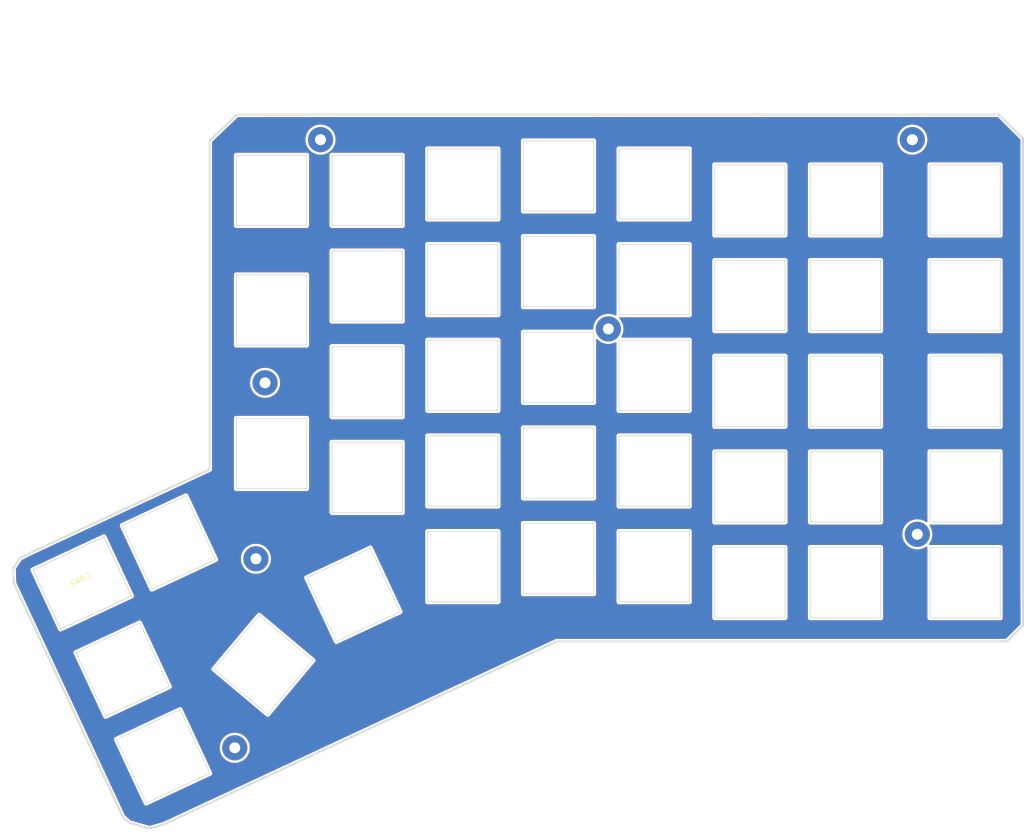
<source format=kicad_pcb>
(kicad_pcb (version 20211014) (generator pcbnew)
  (layers (0 "F.Cu" signal "Front") (31 "B.Cu" signal "Back") (34 "B.Paste" user) (35 "F.Paste" user) (36 "B.SilkS" user "B.Silkscreen") (37 "F.SilkS" user "F.Silkscreen") (38 "B.Mask" user) (39 "F.Mask" user) (44 "Edge.Cuts" user))
  (net 0 "")
  (footprint "SofleChocTop:SW_Hole" (layer "F.Cu") (at 186.6905 143.20266)
    (fp_text reference "SW1:13" hide)
    (fp_text value "SW1:0" hide)
    (fp_line (start -7 -7) (end -7 7) (layer "Edge.Cuts") (width 0.12))
    (fp_line (start -7 7) (end 7 7) (layer "Edge.Cuts") (width 0.12))
    (fp_line (start 7 7) (end 7 -7) (layer "Edge.Cuts") (width 0.12))
    (fp_line (start 7 -7) (end -7 -7) (layer "Edge.Cuts") (width 0.12))
  )
  (footprint "SofleChocTop:SW_Hole" (layer "F.Cu") (at 129.54 138.43)
    (fp_text reference "SW1:10" hide)
    (fp_text value "SW1:3" hide)
    (fp_line (start 7 7) (end 7 -7) (layer "Edge.Cuts") (width 0.12))
    (fp_line (start 7 -7) (end -7 -7) (layer "Edge.Cuts") (width 0.12))
    (fp_line (start -7 7) (end 7 7) (layer "Edge.Cuts") (width 0.12))
    (fp_line (start -7 -7) (end -7 7) (layer "Edge.Cuts") (width 0.12))
  )
  (footprint "SofleChocTop:SW_Hole" (layer "F.Cu") (at 110.49 140.02766)
    (fp_text reference "SW1:9" hide)
    (fp_text value "SW1:4" hide)
    (fp_line (start -7 -7) (end -7 7) (layer "Edge.Cuts") (width 0.12))
    (fp_line (start 7 7) (end 7 -7) (layer "Edge.Cuts") (width 0.12))
    (fp_line (start 7 -7) (end -7 -7) (layer "Edge.Cuts") (width 0.12))
    (fp_line (start -7 7) (end 7 7) (layer "Edge.Cuts") (width 0.12))
  )
  (footprint "SofleChocTop:SW_Hole" (layer "F.Cu") (at 186.6905 124.15266)
    (fp_text reference "SW2:13" hide)
    (fp_text value "SW2:0" hide)
    (fp_line (start 7 -7) (end -7 -7) (layer "Edge.Cuts") (width 0.12))
    (fp_line (start -7 7) (end 7 7) (layer "Edge.Cuts") (width 0.12))
    (fp_line (start -7 -7) (end -7 7) (layer "Edge.Cuts") (width 0.12))
    (fp_line (start 7 7) (end 7 -7) (layer "Edge.Cuts") (width 0.12))
  )
  (footprint "SofleChocTop:SW_Hole" (layer "F.Cu") (at 129.54 119.38)
    (fp_text reference "SW2:10" hide)
    (fp_text value "SW2:3" hide)
    (fp_line (start -7 -7) (end -7 7) (layer "Edge.Cuts") (width 0.12))
    (fp_line (start 7 -7) (end -7 -7) (layer "Edge.Cuts") (width 0.12))
    (fp_line (start -7 7) (end 7 7) (layer "Edge.Cuts") (width 0.12))
    (fp_line (start 7 7) (end 7 -7) (layer "Edge.Cuts") (width 0.12))
  )
  (footprint "SofleChocTop:SW_Hole" (layer "F.Cu") (at 110.49 120.97766)
    (fp_text reference "SW2:9" hide)
    (fp_text value "SW2:4" hide)
    (fp_line (start -7 -7) (end -7 7) (layer "Edge.Cuts") (width 0.12))
    (fp_line (start -7 7) (end 7 7) (layer "Edge.Cuts") (width 0.12))
    (fp_line (start 7 -7) (end -7 -7) (layer "Edge.Cuts") (width 0.12))
    (fp_line (start 7 7) (end 7 -7) (layer "Edge.Cuts") (width 0.12))
  )
  (footprint "SofleChocTop:SW_Hole" (layer "F.Cu") (at 72.39 117.48516 90)
    (fp_text reference "SW2:7" hide)
    (fp_text value "SW2:6" hide)
    (fp_line (start -7 -7) (end -7 7) (layer "Edge.Cuts") (width 0.12))
    (fp_line (start 7 7) (end 7 -7) (layer "Edge.Cuts") (width 0.12))
    (fp_line (start -7 7) (end 7 7) (layer "Edge.Cuts") (width 0.12))
    (fp_line (start 7 -7) (end -7 -7) (layer "Edge.Cuts") (width 0.12))
  )
  (footprint "SofleChocTop:SW_Hole" (layer "F.Cu") (at 186.6905 105.10266)
    (fp_text reference "SW3:13" hide)
    (fp_text value "SW3:0" hide)
    (fp_line (start 7 -7) (end -7 -7) (layer "Edge.Cuts") (width 0.12))
    (fp_line (start 7 7) (end 7 -7) (layer "Edge.Cuts") (width 0.12))
    (fp_line (start -7 -7) (end -7 7) (layer "Edge.Cuts") (width 0.12))
    (fp_line (start -7 7) (end 7 7) (layer "Edge.Cuts") (width 0.12))
  )
  (footprint "SofleChocTop:SW_Hole" (layer "F.Cu") (at 148.59 101.92766)
    (fp_text reference "SW3:11" hide)
    (fp_text value "SW3:2" hide)
    (fp_line (start -7 -7) (end -7 7) (layer "Edge.Cuts") (width 0.12))
    (fp_line (start 7 7) (end 7 -7) (layer "Edge.Cuts") (width 0.12))
    (fp_line (start 7 -7) (end -7 -7) (layer "Edge.Cuts") (width 0.12))
    (fp_line (start -7 7) (end 7 7) (layer "Edge.Cuts") (width 0.12))
  )
  (footprint "SofleChocTop:SW_Hole" (layer "F.Cu") (at 129.54 100.33)
    (fp_text reference "SW3:10" hide)
    (fp_text value "SW3:3" hide)
    (fp_line (start -7 -7) (end -7 7) (layer "Edge.Cuts") (width 0.12))
    (fp_line (start 7 -7) (end -7 -7) (layer "Edge.Cuts") (width 0.12))
    (fp_line (start -7 7) (end 7 7) (layer "Edge.Cuts") (width 0.12))
    (fp_line (start 7 7) (end 7 -7) (layer "Edge.Cuts") (width 0.12))
  )
  (footprint "SofleChocTop:SW_Hole" (layer "F.Cu") (at 110.49 101.92766)
    (fp_text reference "SW3:9" hide)
    (fp_text value "SW3:4" hide)
    (fp_line (start 7 7) (end 7 -7) (layer "Edge.Cuts") (width 0.12))
    (fp_line (start -7 7) (end 7 7) (layer "Edge.Cuts") (width 0.12))
    (fp_line (start 7 -7) (end -7 -7) (layer "Edge.Cuts") (width 0.12))
    (fp_line (start -7 -7) (end -7 7) (layer "Edge.Cuts") (width 0.12))
  )
  (footprint "SofleChocTop:SW_Hole" (layer "F.Cu") (at 91.44 103.19766)
    (fp_text reference "SW3:8" hide)
    (fp_text value "SW3:5" hide)
    (fp_line (start -7 7) (end 7 7) (layer "Edge.Cuts") (width 0.12))
    (fp_line (start -7 -7) (end -7 7) (layer "Edge.Cuts") (width 0.12))
    (fp_line (start 7 7) (end 7 -7) (layer "Edge.Cuts") (width 0.12))
    (fp_line (start 7 -7) (end -7 -7) (layer "Edge.Cuts") (width 0.12))
  )
  (footprint "SofleChocTop:SW_Hole" (layer "F.Cu") (at 186.6905 86.05266)
    (fp_text reference "SW4:13" hide)
    (fp_text value "SW4:0" hide)
    (fp_line (start -7 7) (end 7 7) (layer "Edge.Cuts") (width 0.12))
    (fp_line (start 7 7) (end 7 -7) (layer "Edge.Cuts") (width 0.12))
    (fp_line (start 7 -7) (end -7 -7) (layer "Edge.Cuts") (width 0.12))
    (fp_line (start -7 -7) (end -7 7) (layer "Edge.Cuts") (width 0.12))
  )
  (footprint "SofleChocTop:SW_Hole" (layer "F.Cu") (at 167.64 86.05266)
    (fp_text reference "SW4:12" hide)
    (fp_text value "SW4:1" hide)
    (fp_line (start -7 -7) (end -7 7) (layer "Edge.Cuts") (width 0.12))
    (fp_line (start 7 7) (end 7 -7) (layer "Edge.Cuts") (width 0.12))
    (fp_line (start -7 7) (end 7 7) (layer "Edge.Cuts") (width 0.12))
    (fp_line (start 7 -7) (end -7 -7) (layer "Edge.Cuts") (width 0.12))
  )
  (footprint "SofleChocTop:SW_Hole" (layer "F.Cu") (at 148.59 82.87766)
    (fp_text reference "SW4:11" hide)
    (fp_text value "SW4:2" hide)
    (fp_line (start 7 -7) (end -7 -7) (layer "Edge.Cuts") (width 0.12))
    (fp_line (start -7 -7) (end -7 7) (layer "Edge.Cuts") (width 0.12))
    (fp_line (start -7 7) (end 7 7) (layer "Edge.Cuts") (width 0.12))
    (fp_line (start 7 7) (end 7 -7) (layer "Edge.Cuts") (width 0.12))
  )
  (footprint "SofleChocTop:SW_Hole" (layer "F.Cu") (at 129.54 81.28)
    (fp_text reference "SW4:10" hide)
    (fp_text value "SW4:3" hide)
    (fp_line (start 7 -7) (end -7 -7) (layer "Edge.Cuts") (width 0.12))
    (fp_line (start -7 -7) (end -7 7) (layer "Edge.Cuts") (width 0.12))
    (fp_line (start 7 7) (end 7 -7) (layer "Edge.Cuts") (width 0.12))
    (fp_line (start -7 7) (end 7 7) (layer "Edge.Cuts") (width 0.12))
  )
  (footprint "SofleChocTop:SW_Hole" (layer "F.Cu") (at 110.49 82.87766)
    (fp_text reference "SW4:9" hide)
    (fp_text value "SW4:4" hide)
    (fp_line (start -7 7) (end 7 7) (layer "Edge.Cuts") (width 0.12))
    (fp_line (start -7 -7) (end -7 7) (layer "Edge.Cuts") (width 0.12))
    (fp_line (start 7 -7) (end -7 -7) (layer "Edge.Cuts") (width 0.12))
    (fp_line (start 7 7) (end 7 -7) (layer "Edge.Cuts") (width 0.12))
  )
  (footprint "SofleChocTop:SW_Hole" (layer "F.Cu") (at 91.44 84.14766)
    (fp_text reference "SW4:8" hide)
    (fp_text value "SW4:5" hide)
    (fp_line (start -7 7) (end 7 7) (layer "Edge.Cuts") (width 0.12))
    (fp_line (start 7 -7) (end -7 -7) (layer "Edge.Cuts") (width 0.12))
    (fp_line (start 7 7) (end 7 -7) (layer "Edge.Cuts") (width 0.12))
    (fp_line (start -7 -7) (end -7 7) (layer "Edge.Cuts") (width 0.12))
  )
  (footprint "SofleChocTop:SW_Hole" (layer "F.Cu") (at 72.39 88.91016 90)
    (fp_text reference "SW4:7" hide)
    (fp_text value "SW4:6" hide)
    (fp_line (start -7 -7) (end -7 7) (layer "Edge.Cuts") (width 0.12))
    (fp_line (start 7 -7) (end -7 -7) (layer "Edge.Cuts") (width 0.12))
    (fp_line (start 7 7) (end 7 -7) (layer "Edge.Cuts") (width 0.12))
    (fp_line (start -7 7) (end 7 7) (layer "Edge.Cuts") (width 0.12))
  )
  (footprint "SofleChocTop:SW_Hole" (layer "F.Cu") (at 88.691 145.628 25)
    (fp_text reference "SW0:10" hide)
    (fp_text value "SW0:3" hide)
    (fp_line (start 7 -7) (end -7 -7) (layer "Edge.Cuts") (width 0.12))
    (fp_line (start 7 7) (end 7 -7) (layer "Edge.Cuts") (width 0.12))
    (fp_line (start -7 -7) (end -7 7) (layer "Edge.Cuts") (width 0.12))
    (fp_line (start -7 7) (end 7 7) (layer "Edge.Cuts") (width 0.12))
  )
  (footprint "SofleChocTop:SW_Hole" (layer "F.Cu") (at 50.8 177.8 25)
    (fp_text reference "SW0:12" hide)
    (fp_text value "SW0:1" hide)
    (fp_line (start -7 -7) (end -7 7) (layer "Edge.Cuts") (width 0.12))
    (fp_line (start 7 7) (end 7 -7) (layer "Edge.Cuts") (width 0.12))
    (fp_line (start 7 -7) (end -7 -7) (layer "Edge.Cuts") (width 0.12))
    (fp_line (start -7 7) (end 7 7) (layer "Edge.Cuts") (width 0.12))
  )
  (footprint "SofleChocTop:SW_Hole" (layer "F.Cu") (at 70.78 159.565 50)
    (fp_text reference "SW0:11" hide)
    (fp_text value "SW0:2" hide)
    (fp_line (start -7 7) (end 7 7) (layer "Edge.Cuts") (width 0.12))
    (fp_line (start 7 7) (end 7 -7) (layer "Edge.Cuts") (width 0.12))
    (fp_line (start -7 -7) (end -7 7) (layer "Edge.Cuts") (width 0.12))
    (fp_line (start 7 -7) (end -7 -7) (layer "Edge.Cuts") (width 0.12))
  )
  (footprint "SofleChocTop:SW_Hole" (layer "F.Cu") (at 42.7482 160.53308 25)
    (fp_text reference "SW0:9" hide)
    (fp_text value "SW0:4" hide)
    (fp_line (start 7 7) (end 7 -7) (layer "Edge.Cuts") (width 0.12))
    (fp_line (start -7 7) (end 7 7) (layer "Edge.Cuts") (width 0.12))
    (fp_line (start -7 -7) (end -7 7) (layer "Edge.Cuts") (width 0.12))
    (fp_line (start 7 -7) (end -7 -7) (layer "Edge.Cuts") (width 0.12))
  )
  (footprint "ergodox library:EC11Cutout" (layer "F.Cu") (at 34.69894 143.2687 25)
    (fp_text reference "SW0:7" (at 0 -0.78 25 unlocked) (layer "F.SilkS"))
    (fp_text value "SW0:6")
    (fp_line (start -7.8 6.5) (end 7.8 6.5) (layer "Edge.Cuts") (width 0.15))
    (fp_line (start 7.8 -6.5) (end -7.8 -6.5) (layer "Edge.Cuts") (width 0.15))
    (fp_line (start -7.8 -6.5) (end -7.8 6.5) (layer "Edge.Cuts") (width 0.15))
    (fp_line (start 7.8 -6.5) (end 7.8 6.5) (layer "Edge.Cuts") (width 0.15))
  )
  (footprint "SofleChocTop:SW_Hole" (layer "F.Cu") (at 148.59 140.02766)
    (fp_text reference "SW1:11" hide)
    (fp_text value "SW1:2" hide)
    (fp_line (start -7 7) (end 7 7) (layer "Edge.Cuts") (width 0.12))
    (fp_line (start 7 7) (end 7 -7) (layer "Edge.Cuts") (width 0.12))
    (fp_line (start 7 -7) (end -7 -7) (layer "Edge.Cuts") (width 0.12))
    (fp_line (start -7 -7) (end -7 7) (layer "Edge.Cuts") (width 0.12))
  )
  (footprint "SofleChocTop:SW_Hole" (layer "F.Cu") (at 51.96332 135.21944 25)
    (fp_text reference "SW0:8" hide)
    (fp_text value "SW0:5" hide)
    (fp_line (start 7 7) (end 7 -7) (layer "Edge.Cuts") (width 0.12))
    (fp_line (start -7 -7) (end -7 7) (layer "Edge.Cuts") (width 0.12))
    (fp_line (start 7 -7) (end -7 -7) (layer "Edge.Cuts") (width 0.12))
    (fp_line (start -7 7) (end 7 7) (layer "Edge.Cuts") (width 0.12))
  )
  (footprint "SofleChocTop:SW_Hole" (layer "F.Cu") (at 186.6905 67.0052)
    (fp_text reference "SW5:13" hide)
    (fp_text value "SW5:0" hide)
    (fp_line (start -7 7) (end 7 7) (layer "Edge.Cuts") (width 0.12))
    (fp_line (start 7 7) (end 7 -7) (layer "Edge.Cuts") (width 0.12))
    (fp_line (start 7 -7) (end -7 -7) (layer "Edge.Cuts") (width 0.12))
    (fp_line (start -7 -7) (end -7 7) (layer "Edge.Cuts") (width 0.12))
  )
  (footprint "SofleChocTop:SW_Hole" (layer "F.Cu") (at 110.49 63.82766)
    (fp_text reference "SW5:9" hide)
    (fp_text value "SW5:4" hide)
    (fp_line (start 7 -7) (end -7 -7) (layer "Edge.Cuts") (width 0.12))
    (fp_line (start -7 7) (end 7 7) (layer "Edge.Cuts") (width 0.12))
    (fp_line (start -7 -7) (end -7 7) (layer "Edge.Cuts") (width 0.12))
    (fp_line (start 7 7) (end 7 -7) (layer "Edge.Cuts") (width 0.12))
  )
  (footprint "SofleChocTop:SW_Hole" (layer "F.Cu") (at 129.54 62.23)
    (fp_text reference "SW5:10" hide)
    (fp_text value "SW5:3" hide)
    (fp_line (start 7 -7) (end -7 -7) (layer "Edge.Cuts") (width 0.12))
    (fp_line (start -7 7) (end 7 7) (layer "Edge.Cuts") (width 0.12))
    (fp_line (start -7 -7) (end -7 7) (layer "Edge.Cuts") (width 0.12))
    (fp_line (start 7 7) (end 7 -7) (layer "Edge.Cuts") (width 0.12))
  )
  (footprint "SofleChocTop:SW_Hole" (layer "F.Cu") (at 148.59 63.82766)
    (fp_text reference "SW5:11" hide)
    (fp_text value "SW5:2" hide)
    (fp_line (start 7 -7) (end -7 -7) (layer "Edge.Cuts") (width 0.12))
    (fp_line (start 7 7) (end 7 -7) (layer "Edge.Cuts") (width 0.12))
    (fp_line (start -7 -7) (end -7 7) (layer "Edge.Cuts") (width 0.12))
    (fp_line (start -7 7) (end 7 7) (layer "Edge.Cuts") (width 0.12))
  )
  (footprint "SofleChocTop:SW_Hole" (layer "F.Cu") (at 167.64 67.0052)
    (fp_text reference "SW5:12" hide)
    (fp_text value "SW5:1" hide)
    (fp_line (start -7 -7) (end -7 7) (layer "Edge.Cuts") (width 0.12))
    (fp_line (start 7 -7) (end -7 -7) (layer "Edge.Cuts") (width 0.12))
    (fp_line (start 7 7) (end 7 -7) (layer "Edge.Cuts") (width 0.12))
    (fp_line (start -7 7) (end 7 7) (layer "Edge.Cuts") (width 0.12))
  )
  (footprint "SofleChocTop:SW_Hole" (layer "F.Cu") (at 91.44 65.1002)
    (fp_text reference "SW5:8" hide)
    (fp_text value "SW5:5" hide)
    (fp_line (start 7 -7) (end -7 -7) (layer "Edge.Cuts") (width 0.12))
    (fp_line (start 7 7) (end 7 -7) (layer "Edge.Cuts") (width 0.12))
    (fp_line (start -7 -7) (end -7 7) (layer "Edge.Cuts") (width 0.12))
    (fp_line (start -7 7) (end 7 7) (layer "Edge.Cuts") (width 0.12))
  )
  (footprint "SofleChocTop:SW_Hole" (layer "F.Cu") (at 72.39 65.1002)
    (fp_text reference "SW5:7" hide)
    (fp_text value "SW5:6" hide)
    (fp_line (start -7 -7) (end -7 7) (layer "Edge.Cuts") (width 0.12))
    (fp_line (start 7 7) (end 7 -7) (layer "Edge.Cuts") (width 0.12))
    (fp_line (start 7 -7) (end -7 -7) (layer "Edge.Cuts") (width 0.12))
    (fp_line (start -7 7) (end 7 7) (layer "Edge.Cuts") (width 0.12))
  )
  (footprint "SofleChocTop:SW_Hole" (layer "F.Cu") (at 148.59 120.97766)
    (fp_text reference "SW2:11" hide)
    (fp_text value "SW2:2" hide)
    (fp_line (start 7 7) (end 7 -7) (layer "Edge.Cuts") (width 0.12))
    (fp_line (start 7 -7) (end -7 -7) (layer "Edge.Cuts") (width 0.12))
    (fp_line (start -7 7) (end 7 7) (layer "Edge.Cuts") (width 0.12))
    (fp_line (start -7 -7) (end -7 7) (layer "Edge.Cuts") (width 0.12))
  )
  (footprint "SofleChocTop:SW_Hole" (layer "F.Cu") (at 91.44 122.24766)
    (fp_text reference "SW2:8" hide)
    (fp_text value "SW2:5" hide)
    (fp_line (start -7 7) (end 7 7) (layer "Edge.Cuts") (width 0.12))
    (fp_line (start -7 -7) (end -7 7) (layer "Edge.Cuts") (width 0.12))
    (fp_line (start 7 7) (end 7 -7) (layer "Edge.Cuts") (width 0.12))
    (fp_line (start 7 -7) (end -7 -7) (layer "Edge.Cuts") (width 0.12))
  )
  (footprint "SofleChocTop:SW_Hole" (layer "F.Cu") (at 167.64 105.10266)
    (fp_text reference "SW3:12" hide)
    (fp_text value "SW3:1" hide)
    (fp_line (start -7 -7) (end -7 7) (layer "Edge.Cuts") (width 0.12))
    (fp_line (start -7 7) (end 7 7) (layer "Edge.Cuts") (width 0.12))
    (fp_line (start 7 7) (end 7 -7) (layer "Edge.Cuts") (width 0.12))
    (fp_line (start 7 -7) (end -7 -7) (layer "Edge.Cuts") (width 0.12))
  )
  (footprint "SofleChocTop:SW_Hole" (layer "F.Cu") (at 167.64 124.15266)
    (fp_text reference "SW2:12" hide)
    (fp_text value "SW2:1" hide)
    (fp_line (start -7 -7) (end -7 7) (layer "Edge.Cuts") (width 0.12))
    (fp_line (start 7 -7) (end -7 -7) (layer "Edge.Cuts") (width 0.12))
    (fp_line (start 7 7) (end 7 -7) (layer "Edge.Cuts") (width 0.12))
    (fp_line (start -7 7) (end 7 7) (layer "Edge.Cuts") (width 0.12))
  )
  (footprint "SofleChocTop:SW_Hole" (layer "F.Cu") (at 167.64 143.20266)
    (fp_text reference "SW1:12" hide)
    (fp_text value "SW1:1" hide)
    (fp_line (start 7 7) (end 7 -7) (layer "Edge.Cuts") (width 0.12))
    (fp_line (start -7 -7) (end -7 7) (layer "Edge.Cuts") (width 0.12))
    (fp_line (start 7 -7) (end -7 -7) (layer "Edge.Cuts") (width 0.12))
    (fp_line (start -7 7) (end 7 7) (layer "Edge.Cuts") (width 0.12))
  )
  (footprint "" (layer "F.Cu") (at 139.4714 92.6846)
    (fp_text reference "" (at 0 0) (layer "F.SilkS") (effects (font (size 1.27 1.27))))
    (fp_text value "" (at 0 0) (layer "F.SilkS") (effects (font (size 1.27 1.27))))
    (pad "" thru_hole circle locked (at 0 0) (size 5 5) (drill 2.2) (layers *.Cu *.Mask))
  )
  (footprint "SofleChocTop:SW_Hole" (layer "F.Cu") (at 210.5024 124.15085)
    (fp_text reference "SW11" hide)
    (fp_text value "SW_Push" hide)
    (fp_line (start 7 -7) (end -7 -7) (layer "Edge.Cuts") (width 0.12))
    (fp_line (start 7 7) (end 7 -7) (layer "Edge.Cuts") (width 0.12))
    (fp_line (start -7 -7) (end -7 7) (layer "Edge.Cuts") (width 0.12))
    (fp_line (start -7 7) (end 7 7) (layer "Edge.Cuts") (width 0.12))
  )
  (footprint "" (layer "F.Cu") (at 65.0748 176.0982)
    (fp_text reference "" (at 0 0) (layer "F.SilkS") (effects (font (size 1.27 1.27))))
    (fp_text value "" (at 0 0) (layer "F.SilkS") (effects (font (size 1.27 1.27))))
    (pad "" thru_hole circle locked (at 0 0) (size 5 5) (drill 2.2) (layers *.Cu *.Mask))
  )
  (footprint "SofleChocTop:SW_Hole" (layer "F.Cu") (at 210.5024 86.0552)
    (fp_text reference "SW11" hide)
    (fp_text value "SW_Push" hide)
    (fp_line (start -7 7) (end 7 7) (layer "Edge.Cuts") (width 0.12))
    (fp_line (start 7 7) (end 7 -7) (layer "Edge.Cuts") (width 0.12))
    (fp_line (start -7 -7) (end -7 7) (layer "Edge.Cuts") (width 0.12))
    (fp_line (start 7 -7) (end -7 -7) (layer "Edge.Cuts") (width 0.12))
  )
  (footprint "" (layer "F.Cu") (at 82.15 52.89)
    (fp_text reference "" (at 0 0) (layer "F.SilkS") (effects (font (size 1.27 1.27))))
    (fp_text value "" (at 0 0) (layer "F.SilkS") (effects (font (size 1.27 1.27))))
    (pad "" thru_hole circle (at 0 2.11) (size 5 5) (drill 2.2) (layers *.Cu *.Mask))
  )
  (footprint "" (layer "F.Cu") (at 71.11 103.42)
    (fp_text reference "" (at 0 0) (layer "F.SilkS") (effects (font (size 1.27 1.27))))
    (fp_text value "" (at 0 0) (layer "F.SilkS") (effects (font (size 1.27 1.27))))
    (pad "" thru_hole circle locked (at 0 0) (size 5 5) (drill 2.2) (layers *.Cu *.Mask))
  )
  (footprint "" (layer "F.Cu") (at 200.99 133.59)
    (fp_text reference "" (at 0 0) (layer "F.SilkS") (effects (font (size 1.27 1.27))))
    (fp_text value "" (at 0 0) (layer "F.SilkS") (effects (font (size 1.27 1.27))))
    (pad "" thru_hole circle locked (at 0 0) (size 5 5) (drill 2.2) (layers *.Cu *.Mask))
  )
  (footprint "SofleChocTop:SW_Hole" (layer "F.Cu") (at 210.5024 67.0052)
    (fp_text reference "SW11" hide)
    (fp_text value "SW_Push" hide)
    (fp_line (start 7 -7) (end -7 -7) (layer "Edge.Cuts") (width 0.12))
    (fp_line (start -7 -7) (end -7 7) (layer "Edge.Cuts") (width 0.12))
    (fp_line (start -7 7) (end 7 7) (layer "Edge.Cuts") (width 0.12))
    (fp_line (start 7 7) (end 7 -7) (layer "Edge.Cuts") (width 0.12))
  )
  (footprint "SofleChocTop:SW_Hole" (layer "F.Cu") (at 210.5024 143.21085)
    (fp_text reference "SW11" hide)
    (fp_text value "SW_Push" hide)
    (fp_line (start -7 7) (end 7 7) (layer "Edge.Cuts") (width 0.12))
    (fp_line (start -7 -7) (end -7 7) (layer "Edge.Cuts") (width 0.12))
    (fp_line (start 7 7) (end 7 -7) (layer "Edge.Cuts") (width 0.12))
    (fp_line (start 7 -7) (end -7 -7) (layer "Edge.Cuts") (width 0.12))
  )
  (footprint "SofleChocTop:SW_Hole" (layer "F.Cu") (at 210.5024 105.10085)
    (fp_text reference "SW11" hide)
    (fp_text value "SW_Push" hide)
    (fp_line (start -7 -7) (end -7 7) (layer "Edge.Cuts") (width 0.12))
    (fp_line (start -7 7) (end 7 7) (layer "Edge.Cuts") (width 0.12))
    (fp_line (start 7 -7) (end -7 -7) (layer "Edge.Cuts") (width 0.12))
    (fp_line (start 7 7) (end 7 -7) (layer "Edge.Cuts") (width 0.12))
  )
  (footprint "" (layer "F.Cu") (at 202.68 38.53)
    (fp_text reference "" (at 0 0) (layer "F.SilkS") (effects (font (size 1.27 1.27))))
    (fp_text value "" (at 0 0) (layer "F.SilkS") (effects (font (size 1.27 1.27))))
    (pad "" thru_hole circle (at -2.68 16.47) (size 5 5) (drill 2.2) (layers *.Cu *.Mask))
  )
  (footprint "" (layer "F.Cu") (at 69.29 138.46)
    (fp_text reference "" (at 0 0) (layer "F.SilkS") (effects (font (size 1.27 1.27))))
    (fp_text value "" (at 0 0) (layer "F.SilkS") (effects (font (size 1.27 1.27))))
    (pad "" thru_hole circle locked (at 0 0) (size 5 5) (drill 2.2) (layers *.Cu *.Mask))
  )
  (gr_line (start 202.692 154.908) (end 218.821 154.908) (layer "Edge.Cuts") (width 0.381))
  (gr_line (start 217.22 50) (end 222.0468 54.82) (layer "Edge.Cuts") (width 0.381))
  (gr_line (start 21.08098 143.31544) (end 20.975 140.325) (layer "Edge.Cuts") (width 0.381))
  (gr_line (start 20.975 140.325) (end 22.3 138.325) (layer "Edge.Cuts") (width 0.381))
  (gr_line (start 60.07 55.21) (end 65.51 50.01) (layer "Edge.Cuts") (width 0.381))
  (gr_line (start 44.03053 191.00292) (end 48.075 192.175) (layer "Edge.Cuts") (width 0.381))
  (gr_line (start 22.3 138.325) (end 24.61768 137.16) (layer "Edge.Cuts") (width 0.381))
  (gr_line (start 65.51 50.01) (end 217.22 50) (layer "Edge.Cuts") (width 0.381))
  (gr_line (start 222.0595 149.6695) (end 222.0595 151.6695) (layer "Edge.Cuts") (width 0.381))
  (gr_line (start 42.76496 189.81776) (end 44.03053 191.00292) (layer "Edge.Cuts") (width 0.381))
  (gr_line (start 129.1524 154.908) (end 196.3928 154.908) (layer "Edge.Cuts") (width 0.381))
  (gr_line (start 48.075 192.175) (end 50.9839 191.35192) (layer "Edge.Cuts") (width 0.381))
  (gr_line (start 218.821 154.908) (end 222.0595 151.6695) (layer "Edge.Cuts") (width 0.381))
  (gr_line (start 24.61768 137.16) (end 28.9852 135.128) (layer "Edge.Cuts") (width 0.381))
  (gr_line (start 196.3928 154.908) (end 202.692 154.908) (layer "Edge.Cuts") (width 0.381))
  (gr_line (start 60.07 55.21) (end 60.07 120.65) (layer "Edge.Cuts") (width 0.381))
  (gr_line (start 222.0468 143.383) (end 222.0595 149.6695) (layer "Edge.Cuts") (width 0.381))
  (gr_line (start 222.0468 143.383) (end 222.0468 54.82) (layer "Edge.Cuts") (width 0.381))
  (gr_line (start 21.08098 143.31544) (end 42.76496 189.81776) (layer "Edge.Cuts") (width 0.381))
  (gr_line (start 50.9839 191.35192) (end 129.1524 154.908) (layer "Edge.Cuts") (width 0.381))
  (gr_line (start 28.9852 135.128) (end 60.07 120.65) (layer "Edge.Cuts") (width 0.381))
  (zone (net 0) (net_name "") (layer "F.Cu") (connect_pads (clearance 0.508)) (min_thickness 0.3048) (fill yes (thermal_gap 0.3048) (thermal_bridge_width 0.6096))
    (polygon (pts (xy 222.05 154.875) (xy 222.04 30.42) (xy 218.88 27.27) (xy 32.258 27.22) (xy 28.956 30.54) (xy 28.956 135.128) (xy 18.325 140.05) (xy 42.425 194.25)))
  )
  (zone (net 0) (net_name "") (layer "B.Cu") (connect_pads (clearance 0.508)) (min_thickness 0.3048) (fill yes (thermal_gap 0.3048) (thermal_bridge_width 0.6096))
    (polygon (pts (xy 222 154.9) (xy 222.105828 30.442951) (xy 218.835828 27.242951) (xy 80.48 27.19) (xy 32.258 27.25) (xy 28.956 30.51) (xy 28.956 135.128) (xy 18.5 140) (xy 42.625 194.3)))
  )
)
</source>
